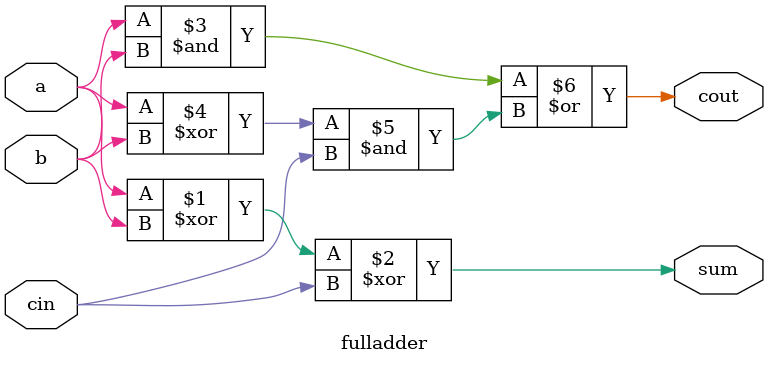
<source format=v>
`timescale 1ns / 1ps

module fulladder(
    input a,
    input b,
    input cin,
    output sum,
    output cout
);

assign sum = (a ^ b) ^ cin;
assign cout = (a & b) | ((a ^ b) & cin);

endmodule
</source>
